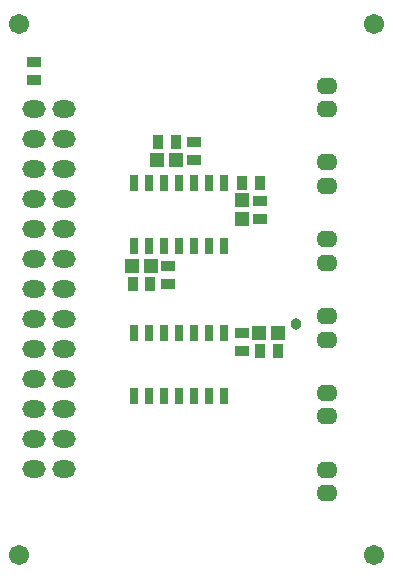
<source format=gbr>
G04*
G04 #@! TF.GenerationSoftware,Altium Limited,Altium Designer,24.10.1 (45)*
G04*
G04 Layer_Color=16711935*
%FSLAX44Y44*%
%MOMM*%
G71*
G04*
G04 #@! TF.SameCoordinates,13406729-6A9E-4D45-95CC-4102649AE279*
G04*
G04*
G04 #@! TF.FilePolarity,Negative*
G04*
G01*
G75*
%ADD21R,0.9532X1.2032*%
%ADD23R,1.1532X1.2032*%
%ADD24R,1.2032X1.1532*%
%ADD25R,1.2032X0.9532*%
%ADD26O,1.8032X1.4032*%
%ADD27O,1.9812X1.4732*%
%ADD28C,1.7032*%
%ADD29C,0.9652*%
%ADD49R,0.7832X1.3832*%
D21*
X157360Y374500D02*
D03*
X142360D02*
D03*
X228720Y198100D02*
D03*
X243720Y198100D02*
D03*
X213480Y340100D02*
D03*
X228480D02*
D03*
X135770Y254500D02*
D03*
X120770D02*
D03*
D23*
X157860Y359500D02*
D03*
X141860D02*
D03*
X228220Y213100D02*
D03*
X244220Y213100D02*
D03*
X120270Y269500D02*
D03*
X136270D02*
D03*
D24*
X213480Y309500D02*
D03*
Y325500D02*
D03*
D25*
X37300Y427500D02*
D03*
Y442500D02*
D03*
X172700Y359500D02*
D03*
X172700Y374500D02*
D03*
X213360Y198100D02*
D03*
Y213100D02*
D03*
X228480Y310000D02*
D03*
Y325000D02*
D03*
X151130Y269500D02*
D03*
X151130Y254500D02*
D03*
D26*
X285000Y162500D02*
D03*
Y142500D02*
D03*
Y337500D02*
D03*
Y357500D02*
D03*
Y402500D02*
D03*
Y422500D02*
D03*
Y207500D02*
D03*
Y227500D02*
D03*
Y292500D02*
D03*
Y272500D02*
D03*
Y77500D02*
D03*
Y97500D02*
D03*
D27*
X62700Y377000D02*
D03*
X62700Y402400D02*
D03*
X62700Y199200D02*
D03*
X37300Y199200D02*
D03*
Y173800D02*
D03*
X62700D02*
D03*
Y224600D02*
D03*
X37300D02*
D03*
X62700Y351600D02*
D03*
X37300Y326200D02*
D03*
Y377000D02*
D03*
Y402400D02*
D03*
Y275400D02*
D03*
X37300Y250000D02*
D03*
X37300Y351600D02*
D03*
Y300800D02*
D03*
X62700Y300800D02*
D03*
Y250000D02*
D03*
Y275400D02*
D03*
X62700Y326200D02*
D03*
X37300Y148400D02*
D03*
X62700Y148400D02*
D03*
Y97600D02*
D03*
X37300D02*
D03*
Y123000D02*
D03*
X62700Y123000D02*
D03*
D28*
X25000Y475000D02*
D03*
X325000D02*
D03*
Y25000D02*
D03*
X25000D02*
D03*
D29*
X259080Y220980D02*
D03*
D49*
X121900Y213100D02*
D03*
X134600D02*
D03*
X147300D02*
D03*
X160000D02*
D03*
X172700D02*
D03*
X185400D02*
D03*
X198100D02*
D03*
X147300Y159900D02*
D03*
X121900D02*
D03*
X134600D02*
D03*
X185400D02*
D03*
X172700D02*
D03*
X160000D02*
D03*
X198100D02*
D03*
Y286900D02*
D03*
X160000Y286900D02*
D03*
X172700Y286900D02*
D03*
X185400D02*
D03*
X134600D02*
D03*
X121900D02*
D03*
X147300D02*
D03*
X198100Y340100D02*
D03*
X185400D02*
D03*
X172700D02*
D03*
X160000D02*
D03*
X147300D02*
D03*
X134600D02*
D03*
X121900D02*
D03*
M02*

</source>
